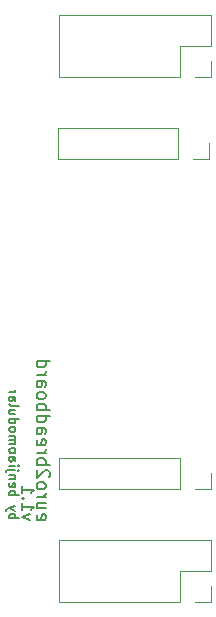
<source format=gbr>
%TF.GenerationSoftware,KiCad,Pcbnew,5.1.9+dfsg1-1~bpo10+1*%
%TF.CreationDate,2022-02-19T16:25:08+08:00*%
%TF.ProjectId,euro2breadboard,6575726f-3262-4726-9561-64626f617264,rev?*%
%TF.SameCoordinates,Original*%
%TF.FileFunction,Legend,Bot*%
%TF.FilePolarity,Positive*%
%FSLAX46Y46*%
G04 Gerber Fmt 4.6, Leading zero omitted, Abs format (unit mm)*
G04 Created by KiCad (PCBNEW 5.1.9+dfsg1-1~bpo10+1) date 2022-02-19 16:25:08*
%MOMM*%
%LPD*%
G01*
G04 APERTURE LIST*
%ADD10C,0.150000*%
%ADD11C,0.120000*%
G04 APERTURE END LIST*
D10*
X82696095Y-82542976D02*
X83496095Y-82542976D01*
X83191333Y-82542976D02*
X83229428Y-82466785D01*
X83229428Y-82314404D01*
X83191333Y-82238214D01*
X83153238Y-82200119D01*
X83077047Y-82162023D01*
X82848476Y-82162023D01*
X82772285Y-82200119D01*
X82734190Y-82238214D01*
X82696095Y-82314404D01*
X82696095Y-82466785D01*
X82734190Y-82542976D01*
X83229428Y-81895357D02*
X82696095Y-81704880D01*
X83229428Y-81514404D02*
X82696095Y-81704880D01*
X82505619Y-81781071D01*
X82467523Y-81819166D01*
X82429428Y-81895357D01*
X82696095Y-80600119D02*
X83496095Y-80600119D01*
X83191333Y-80600119D02*
X83229428Y-80523928D01*
X83229428Y-80371547D01*
X83191333Y-80295357D01*
X83153238Y-80257261D01*
X83077047Y-80219166D01*
X82848476Y-80219166D01*
X82772285Y-80257261D01*
X82734190Y-80295357D01*
X82696095Y-80371547D01*
X82696095Y-80523928D01*
X82734190Y-80600119D01*
X82734190Y-79571547D02*
X82696095Y-79647738D01*
X82696095Y-79800119D01*
X82734190Y-79876309D01*
X82810380Y-79914404D01*
X83115142Y-79914404D01*
X83191333Y-79876309D01*
X83229428Y-79800119D01*
X83229428Y-79647738D01*
X83191333Y-79571547D01*
X83115142Y-79533452D01*
X83038952Y-79533452D01*
X82962761Y-79914404D01*
X83229428Y-79190595D02*
X82696095Y-79190595D01*
X83153238Y-79190595D02*
X83191333Y-79152500D01*
X83229428Y-79076309D01*
X83229428Y-78962023D01*
X83191333Y-78885833D01*
X83115142Y-78847738D01*
X82696095Y-78847738D01*
X83229428Y-78466785D02*
X82543714Y-78466785D01*
X82467523Y-78504880D01*
X82429428Y-78581071D01*
X82429428Y-78619166D01*
X83496095Y-78466785D02*
X83458000Y-78504880D01*
X83419904Y-78466785D01*
X83458000Y-78428690D01*
X83496095Y-78466785D01*
X83419904Y-78466785D01*
X82696095Y-78085833D02*
X83229428Y-78085833D01*
X83496095Y-78085833D02*
X83458000Y-78123928D01*
X83419904Y-78085833D01*
X83458000Y-78047738D01*
X83496095Y-78085833D01*
X83419904Y-78085833D01*
X82696095Y-77362023D02*
X83115142Y-77362023D01*
X83191333Y-77400119D01*
X83229428Y-77476309D01*
X83229428Y-77628690D01*
X83191333Y-77704880D01*
X82734190Y-77362023D02*
X82696095Y-77438214D01*
X82696095Y-77628690D01*
X82734190Y-77704880D01*
X82810380Y-77742976D01*
X82886571Y-77742976D01*
X82962761Y-77704880D01*
X83000857Y-77628690D01*
X83000857Y-77438214D01*
X83038952Y-77362023D01*
X82696095Y-76866785D02*
X82734190Y-76942976D01*
X82772285Y-76981071D01*
X82848476Y-77019166D01*
X83077047Y-77019166D01*
X83153238Y-76981071D01*
X83191333Y-76942976D01*
X83229428Y-76866785D01*
X83229428Y-76752500D01*
X83191333Y-76676309D01*
X83153238Y-76638214D01*
X83077047Y-76600119D01*
X82848476Y-76600119D01*
X82772285Y-76638214D01*
X82734190Y-76676309D01*
X82696095Y-76752500D01*
X82696095Y-76866785D01*
X82696095Y-76257261D02*
X83229428Y-76257261D01*
X83153238Y-76257261D02*
X83191333Y-76219166D01*
X83229428Y-76142976D01*
X83229428Y-76028690D01*
X83191333Y-75952500D01*
X83115142Y-75914404D01*
X82696095Y-75914404D01*
X83115142Y-75914404D02*
X83191333Y-75876309D01*
X83229428Y-75800119D01*
X83229428Y-75685833D01*
X83191333Y-75609642D01*
X83115142Y-75571547D01*
X82696095Y-75571547D01*
X82696095Y-75076309D02*
X82734190Y-75152500D01*
X82772285Y-75190595D01*
X82848476Y-75228690D01*
X83077047Y-75228690D01*
X83153238Y-75190595D01*
X83191333Y-75152500D01*
X83229428Y-75076309D01*
X83229428Y-74962023D01*
X83191333Y-74885833D01*
X83153238Y-74847738D01*
X83077047Y-74809642D01*
X82848476Y-74809642D01*
X82772285Y-74847738D01*
X82734190Y-74885833D01*
X82696095Y-74962023D01*
X82696095Y-75076309D01*
X82696095Y-74123928D02*
X83496095Y-74123928D01*
X82734190Y-74123928D02*
X82696095Y-74200119D01*
X82696095Y-74352500D01*
X82734190Y-74428690D01*
X82772285Y-74466785D01*
X82848476Y-74504880D01*
X83077047Y-74504880D01*
X83153238Y-74466785D01*
X83191333Y-74428690D01*
X83229428Y-74352500D01*
X83229428Y-74200119D01*
X83191333Y-74123928D01*
X83229428Y-73400119D02*
X82696095Y-73400119D01*
X83229428Y-73742976D02*
X82810380Y-73742976D01*
X82734190Y-73704880D01*
X82696095Y-73628690D01*
X82696095Y-73514404D01*
X82734190Y-73438214D01*
X82772285Y-73400119D01*
X82696095Y-72904880D02*
X82734190Y-72981071D01*
X82810380Y-73019166D01*
X83496095Y-73019166D01*
X82696095Y-72257261D02*
X83115142Y-72257261D01*
X83191333Y-72295357D01*
X83229428Y-72371547D01*
X83229428Y-72523928D01*
X83191333Y-72600119D01*
X82734190Y-72257261D02*
X82696095Y-72333452D01*
X82696095Y-72523928D01*
X82734190Y-72600119D01*
X82810380Y-72638214D01*
X82886571Y-72638214D01*
X82962761Y-72600119D01*
X83000857Y-72523928D01*
X83000857Y-72333452D01*
X83038952Y-72257261D01*
X82696095Y-71876309D02*
X83229428Y-71876309D01*
X83077047Y-71876309D02*
X83153238Y-71838214D01*
X83191333Y-71800119D01*
X83229428Y-71723928D01*
X83229428Y-71647738D01*
X84478785Y-82645071D02*
X83812119Y-82406976D01*
X84478785Y-82168880D01*
X83812119Y-81264119D02*
X83812119Y-81835547D01*
X83812119Y-81549833D02*
X84812119Y-81549833D01*
X84669261Y-81645071D01*
X84574023Y-81740309D01*
X84526404Y-81835547D01*
X83907357Y-80835547D02*
X83859738Y-80787928D01*
X83812119Y-80835547D01*
X83859738Y-80883166D01*
X83907357Y-80835547D01*
X83812119Y-80835547D01*
X83812119Y-79835547D02*
X83812119Y-80406976D01*
X83812119Y-80121261D02*
X84812119Y-80121261D01*
X84669261Y-80216500D01*
X84574023Y-80311738D01*
X84526404Y-80406976D01*
X85089261Y-82231714D02*
X85036880Y-82336476D01*
X85036880Y-82546000D01*
X85089261Y-82650761D01*
X85194023Y-82703142D01*
X85613071Y-82703142D01*
X85717833Y-82650761D01*
X85770214Y-82546000D01*
X85770214Y-82336476D01*
X85717833Y-82231714D01*
X85613071Y-82179333D01*
X85508309Y-82179333D01*
X85403547Y-82703142D01*
X85770214Y-81236476D02*
X85036880Y-81236476D01*
X85770214Y-81707904D02*
X85194023Y-81707904D01*
X85089261Y-81655523D01*
X85036880Y-81550761D01*
X85036880Y-81393619D01*
X85089261Y-81288857D01*
X85141642Y-81236476D01*
X85036880Y-80712666D02*
X85770214Y-80712666D01*
X85560690Y-80712666D02*
X85665452Y-80660285D01*
X85717833Y-80607904D01*
X85770214Y-80503142D01*
X85770214Y-80398380D01*
X85036880Y-79874571D02*
X85089261Y-79979333D01*
X85141642Y-80031714D01*
X85246404Y-80084095D01*
X85560690Y-80084095D01*
X85665452Y-80031714D01*
X85717833Y-79979333D01*
X85770214Y-79874571D01*
X85770214Y-79717428D01*
X85717833Y-79612666D01*
X85665452Y-79560285D01*
X85560690Y-79507904D01*
X85246404Y-79507904D01*
X85141642Y-79560285D01*
X85089261Y-79612666D01*
X85036880Y-79717428D01*
X85036880Y-79874571D01*
X86032119Y-79088857D02*
X86084500Y-79036476D01*
X86136880Y-78931714D01*
X86136880Y-78669809D01*
X86084500Y-78565047D01*
X86032119Y-78512666D01*
X85927357Y-78460285D01*
X85822595Y-78460285D01*
X85665452Y-78512666D01*
X85036880Y-79141238D01*
X85036880Y-78460285D01*
X85036880Y-77988857D02*
X86136880Y-77988857D01*
X85717833Y-77988857D02*
X85770214Y-77884095D01*
X85770214Y-77674571D01*
X85717833Y-77569809D01*
X85665452Y-77517428D01*
X85560690Y-77465047D01*
X85246404Y-77465047D01*
X85141642Y-77517428D01*
X85089261Y-77569809D01*
X85036880Y-77674571D01*
X85036880Y-77884095D01*
X85089261Y-77988857D01*
X85036880Y-76993619D02*
X85770214Y-76993619D01*
X85560690Y-76993619D02*
X85665452Y-76941238D01*
X85717833Y-76888857D01*
X85770214Y-76784095D01*
X85770214Y-76679333D01*
X85089261Y-75893619D02*
X85036880Y-75998380D01*
X85036880Y-76207904D01*
X85089261Y-76312666D01*
X85194023Y-76365047D01*
X85613071Y-76365047D01*
X85717833Y-76312666D01*
X85770214Y-76207904D01*
X85770214Y-75998380D01*
X85717833Y-75893619D01*
X85613071Y-75841238D01*
X85508309Y-75841238D01*
X85403547Y-76365047D01*
X85036880Y-74898380D02*
X85613071Y-74898380D01*
X85717833Y-74950761D01*
X85770214Y-75055523D01*
X85770214Y-75265047D01*
X85717833Y-75369809D01*
X85089261Y-74898380D02*
X85036880Y-75003142D01*
X85036880Y-75265047D01*
X85089261Y-75369809D01*
X85194023Y-75422190D01*
X85298785Y-75422190D01*
X85403547Y-75369809D01*
X85455928Y-75265047D01*
X85455928Y-75003142D01*
X85508309Y-74898380D01*
X85036880Y-73903142D02*
X86136880Y-73903142D01*
X85089261Y-73903142D02*
X85036880Y-74007904D01*
X85036880Y-74217428D01*
X85089261Y-74322190D01*
X85141642Y-74374571D01*
X85246404Y-74426952D01*
X85560690Y-74426952D01*
X85665452Y-74374571D01*
X85717833Y-74322190D01*
X85770214Y-74217428D01*
X85770214Y-74007904D01*
X85717833Y-73903142D01*
X85036880Y-73379333D02*
X86136880Y-73379333D01*
X85717833Y-73379333D02*
X85770214Y-73274571D01*
X85770214Y-73065047D01*
X85717833Y-72960285D01*
X85665452Y-72907904D01*
X85560690Y-72855523D01*
X85246404Y-72855523D01*
X85141642Y-72907904D01*
X85089261Y-72960285D01*
X85036880Y-73065047D01*
X85036880Y-73274571D01*
X85089261Y-73379333D01*
X85036880Y-72226952D02*
X85089261Y-72331714D01*
X85141642Y-72384095D01*
X85246404Y-72436476D01*
X85560690Y-72436476D01*
X85665452Y-72384095D01*
X85717833Y-72331714D01*
X85770214Y-72226952D01*
X85770214Y-72069809D01*
X85717833Y-71965047D01*
X85665452Y-71912666D01*
X85560690Y-71860285D01*
X85246404Y-71860285D01*
X85141642Y-71912666D01*
X85089261Y-71965047D01*
X85036880Y-72069809D01*
X85036880Y-72226952D01*
X85036880Y-70917428D02*
X85613071Y-70917428D01*
X85717833Y-70969809D01*
X85770214Y-71074571D01*
X85770214Y-71284095D01*
X85717833Y-71388857D01*
X85089261Y-70917428D02*
X85036880Y-71022190D01*
X85036880Y-71284095D01*
X85089261Y-71388857D01*
X85194023Y-71441238D01*
X85298785Y-71441238D01*
X85403547Y-71388857D01*
X85455928Y-71284095D01*
X85455928Y-71022190D01*
X85508309Y-70917428D01*
X85036880Y-70393619D02*
X85770214Y-70393619D01*
X85560690Y-70393619D02*
X85665452Y-70341238D01*
X85717833Y-70288857D01*
X85770214Y-70184095D01*
X85770214Y-70079333D01*
X85036880Y-69241238D02*
X86136880Y-69241238D01*
X85089261Y-69241238D02*
X85036880Y-69346000D01*
X85036880Y-69555523D01*
X85089261Y-69660285D01*
X85141642Y-69712666D01*
X85246404Y-69765047D01*
X85560690Y-69765047D01*
X85665452Y-69712666D01*
X85717833Y-69660285D01*
X85770214Y-69555523D01*
X85770214Y-69346000D01*
X85717833Y-69241238D01*
D11*
%TO.C,BB_POWER_PINS1*%
X86935000Y-89595000D02*
X86935000Y-84395000D01*
X97155000Y-89595000D02*
X86935000Y-89595000D01*
X99755000Y-84395000D02*
X86935000Y-84395000D01*
X97155000Y-89595000D02*
X97155000Y-86995000D01*
X97155000Y-86995000D02*
X99755000Y-86995000D01*
X99755000Y-86995000D02*
X99755000Y-84395000D01*
X98425000Y-89595000D02*
X99755000Y-89595000D01*
X99755000Y-89595000D02*
X99755000Y-88265000D01*
%TO.C,BB_POWER_PINS2*%
X99755000Y-45145000D02*
X99755000Y-43815000D01*
X98425000Y-45145000D02*
X99755000Y-45145000D01*
X99755000Y-42545000D02*
X99755000Y-39945000D01*
X97155000Y-42545000D02*
X99755000Y-42545000D01*
X97155000Y-45145000D02*
X97155000Y-42545000D01*
X99755000Y-39945000D02*
X86935000Y-39945000D01*
X97155000Y-45145000D02*
X86935000Y-45145000D01*
X86935000Y-45145000D02*
X86935000Y-39945000D01*
%TO.C,NEG_12V_PINS1*%
X86808000Y-52130000D02*
X86808000Y-49470000D01*
X97028000Y-52130000D02*
X86808000Y-52130000D01*
X97028000Y-49470000D02*
X86808000Y-49470000D01*
X97028000Y-52130000D02*
X97028000Y-49470000D01*
X98298000Y-52130000D02*
X99628000Y-52130000D01*
X99628000Y-52130000D02*
X99628000Y-50800000D01*
%TO.C,NEG_12V_PINS2*%
X99755000Y-80070000D02*
X99755000Y-78740000D01*
X98425000Y-80070000D02*
X99755000Y-80070000D01*
X97155000Y-80070000D02*
X97155000Y-77410000D01*
X97155000Y-77410000D02*
X86935000Y-77410000D01*
X97155000Y-80070000D02*
X86935000Y-80070000D01*
X86935000Y-80070000D02*
X86935000Y-77410000D01*
%TD*%
M02*

</source>
